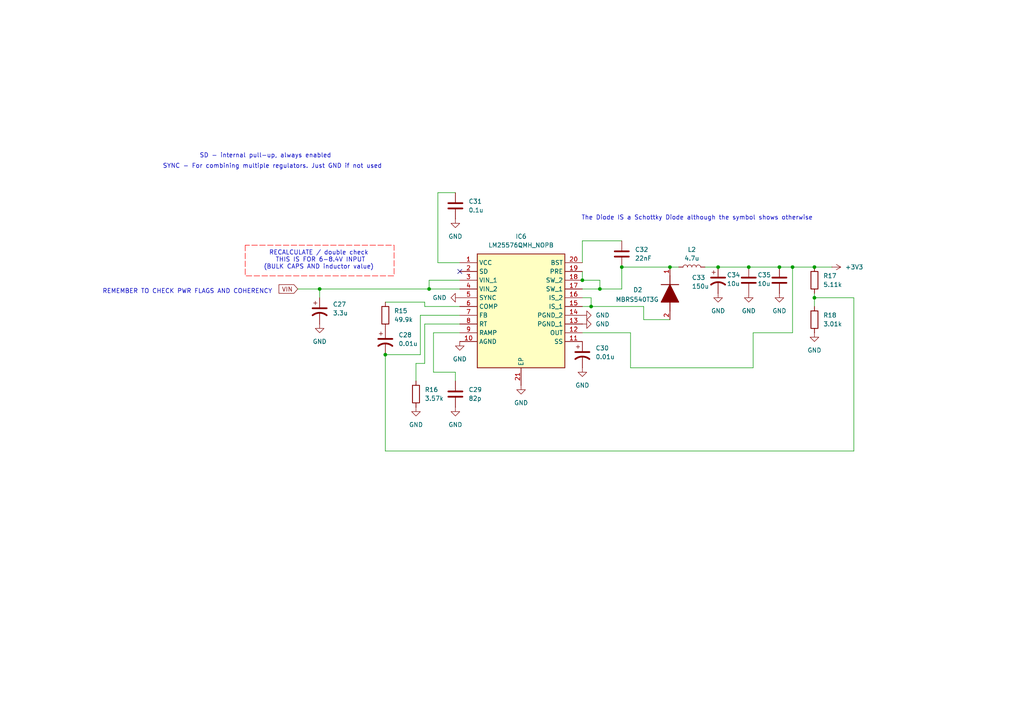
<source format=kicad_sch>
(kicad_sch (version 20250114) (generator "eeschema") (generator_version "9.0")
  (paper "A4")
  (title_block (title "AI Deputy") (date "2025-09-24") (rev "v0.1") (company "Area 42 & Albers-Online Psykologi") (comment 1 "SDU") (comment 2 "Expert In Teams Semester Project"))
  (lib_symbols
    (symbol "Device:C" (pin_numbers (hide yes)) (pin_names (offset 0.254))
      (property "Reference" "C" (at 0.635 2.54 0))
      (property "Value" "C" (at 0.635 -2.54 0))
      (symbol "C_0_1"
        (polyline (pts (xy -2.032 0.762) (xy 2.032 0.762)) (stroke (width 0.508)))
        (polyline (pts (xy -2.032 -0.762) (xy 2.032 -0.762)) (stroke (width 0.508)))
      )
      (symbol "C_1_1"
        (pin passive line (at 0 3.81 270) (length 2.794) (name "~") (number "1"))
        (pin passive line (at 0 -3.81 90) (length 2.794) (name "~") (number "2"))
      )
    )
    (symbol "Device:C_Polarized_US" (pin_numbers (hide yes)) (pin_names (offset 0.254) (hide yes))
      (property "Reference" "C" (at 0.635 2.54 0))
      (property "Value" "C_Polarized_US" (at 0.635 -2.54 0))
      (symbol "C_Polarized_US_0_1"
        (polyline (pts (xy -2.032 0.762) (xy 2.032 0.762)) (stroke (width 0.508)))
        (polyline (pts (xy -1.778 2.286) (xy -0.762 2.286)))
        (polyline (pts (xy -1.27 1.778) (xy -1.27 2.794)))
        (arc (start -2.032 -1.27) (mid 0 -0.5572) (end 2.032 -1.27) (stroke (width 0.508)))
      )
      (symbol "C_Polarized_US_1_1"
        (pin passive line (at 0 3.81 270) (length 2.794) (name "~") (number "1"))
        (pin passive line (at 0 -3.81 90) (length 3.302) (name "~") (number "2"))
      )
    )
    (symbol "Device:L" (pin_numbers (hide yes)) (pin_names (offset 1.016) (hide yes))
      (property "Reference" "L" (at -1.27 0 90))
      (property "Value" "L" (at 1.905 0 90))
      (symbol "L_0_1"
        (arc (start 0 2.54) (mid 0.6323 1.905) (end 0 1.27))
        (arc (start 0 1.27) (mid 0.6323 0.635) (end 0 0))
        (arc (start 0 0) (mid 0.6323 -0.635) (end 0 -1.27))
        (arc (start 0 -1.27) (mid 0.6323 -1.905) (end 0 -2.54))
      )
      (symbol "L_1_1"
        (pin passive line (at 0 3.81 270) (length 1.27) (name "1") (number "1"))
        (pin passive line (at 0 -3.81 90) (length 1.27) (name "2") (number "2"))
      )
    )
    (symbol "Device:R" (pin_numbers (hide yes)) (pin_names (offset 0))
      (property "Reference" "R" (at 2.032 0 90))
      (property "Value" "R" (at 0 0 90))
      (symbol "R_0_1"
        (rectangle (start -1.016 -2.54) (end 1.016 2.54) (stroke (width 0.254)))
      )
      (symbol "R_1_1"
        (pin passive line (at 0 3.81 270) (length 1.27) (name "~") (number "1"))
        (pin passive line (at 0 -3.81 90) (length 1.27) (name "~") (number "2"))
      )
    )
    (symbol "LM25576:LM25576QMH_NOPB"
      (property "Reference" "IC" (at 31.75 7.62 0))
      (property "Value" "LM25576QMH_NOPB" (at 31.75 5.08 0))
      (symbol "LM25576QMH_NOPB_1_1"
        (rectangle (start 5.08 2.54) (end 30.48 -30.48) (stroke (width 0.254)) (fill (type background)))
        (pin passive line (at 0 0 0) (length 5.08) (name "VCC") (number "1"))
        (pin passive line (at 0 -2.54 0) (length 5.08) (name "SD") (number "2"))
        (pin passive line (at 0 -5.08 0) (length 5.08) (name "VIN_1") (number "3"))
        (pin passive line (at 0 -7.62 0) (length 5.08) (name "VIN_2") (number "4"))
        (pin passive line (at 0 -10.16 0) (length 5.08) (name "SYNC") (number "5"))
        (pin passive line (at 0 -12.7 0) (length 5.08) (name "COMP") (number "6"))
        (pin passive line (at 0 -15.24 0) (length 5.08) (name "FB") (number "7"))
        (pin passive line (at 0 -17.78 0) (length 5.08) (name "RT") (number "8"))
        (pin passive line (at 0 -20.32 0) (length 5.08) (name "RAMP") (number "9"))
        (pin passive line (at 0 -22.86 0) (length 5.08) (name "AGND") (number "10"))
        (pin passive line (at 17.78 -35.56 90) (length 5.08) (name "EP") (number "21"))
        (pin passive line (at 35.56 0 180) (length 5.08) (name "BST") (number "20"))
        (pin passive line (at 35.56 -2.54 180) (length 5.08) (name "PRE") (number "19"))
        (pin passive line (at 35.56 -5.08 180) (length 5.08) (name "SW_2") (number "18"))
        (pin passive line (at 35.56 -7.62 180) (length 5.08) (name "SW_1") (number "17"))
        (pin passive line (at 35.56 -10.16 180) (length 5.08) (name "IS_2") (number "16"))
        (pin passive line (at 35.56 -12.7 180) (length 5.08) (name "IS_1") (number "15"))
        (pin passive line (at 35.56 -15.24 180) (length 5.08) (name "PGND_2") (number "14"))
        (pin passive line (at 35.56 -17.78 180) (length 5.08) (name "PGND_1") (number "13"))
        (pin passive line (at 35.56 -20.32 180) (length 5.08) (name "OUT") (number "12"))
        (pin passive line (at 35.56 -22.86 180) (length 5.08) (name "SS") (number "11"))
      )
    )
    (symbol "MBRS540T3G:MBRS540T3G" (pin_names (hide yes))
      (property "Reference" "D" (at 11.43 5.08 0))
      (property "Value" "MBRS540T3G" (at 11.43 2.54 0))
      (symbol "MBRS540T3G_1_1"
        (polyline (pts (xy 2.54 0) (xy 5.08 0)) (stroke (width 0.254)))
        (polyline (pts (xy 5.08 2.54) (xy 5.08 -2.54)) (stroke (width 0.254)))
        (polyline (pts (xy 5.08 0) (xy 10.16 2.54) (xy 10.16 -2.54) (xy 5.08 0)) (stroke (width 0.254)) (fill (type outline)))
        (polyline (pts (xy 10.16 0) (xy 12.7 0)) (stroke (width 0.254)))
        (pin passive line (at 0 0 0) (length 2.54) (name "K") (number "1"))
        (pin passive line (at 15.24 0 180) (length 2.54) (name "A") (number "2"))
      )
    )
    (symbol "power:+3V3" (power) (pin_numbers (hide yes)) (pin_names (offset 0) (hide yes))
      (property "Value" "+3V3" (at 0 3.556 0))
      (symbol "+3V3_0_1"
        (polyline (pts (xy -0.762 1.27) (xy 0 2.54)))
        (polyline (pts (xy 0 2.54) (xy 0.762 1.27)))
        (polyline (pts (xy 0 0) (xy 0 2.54)))
      )
      (symbol "+3V3_1_1"
        (pin power_in line (at 0 0 90) (length 0) (name "~") (number "1"))
      )
    )
    (symbol "power:GND" (power) (pin_numbers (hide yes)) (pin_names (offset 0) (hide yes))
      (property "Value" "GND" (at 0 -3.81 0))
      (symbol "GND_0_1"
        (polyline (pts (xy 0 0) (xy 0 -1.27) (xy 1.27 -1.27) (xy 0 -2.54) (xy -1.27 -1.27) (xy 0 -1.27)))
      )
      (symbol "GND_1_1"
        (pin power_in line (at 0 0 270) (length 0) (name "~") (number "1"))
      )
    )
  )
  (text "RECALCULATE / double check\n THIS IS FOR 6-8.4V INPUT\n(BULK CAPS AND inductor value)\n\n" (at 92.456 76.454 0) (effects (font (size 1.27 1.27))))
  (text "SYNC - For combining multiple regulators. Just GND if not used\n" (at 78.994 48.26 0) (effects (font (size 1.27 1.27))))
  (text "SD - internal pull-up, always enabled \n" (at 77.47 45.212 0) (effects (font (size 1.27 1.27))))
  (text "REMEMBER TO CHECK PWR FLAGS AND COHERENCY\n" (at 54.356 84.582 0) (effects (font (size 1.27 1.27))))
  (text "The Diode IS a Schottky Diode although the symbol shows otherwise" (at 202.184 63.246 0) (effects (font (size 1.27 1.27))))
  (junction (at 208.28 77.47))
  (junction (at 226.06 77.47))
  (junction (at 217.17 77.47))
  (junction (at 236.22 77.47))
  (junction (at 111.76 102.87))
  (junction (at 124.46 83.82))
  (junction (at 236.22 86.36))
  (junction (at 171.45 88.9))
  (junction (at 194.31 77.47))
  (junction (at 229.87 77.47))
  (junction (at 92.71 83.82))
  (junction (at 180.34 77.47))
  (junction (at 168.91 81.28))
  (junction (at 173.99 83.82))
  (no_connect (at 133.35 78.74))
  (wire (pts (xy 247.65 130.81) (xy 247.65 86.36)))
  (wire (pts (xy 171.45 88.9) (xy 186.69 88.9)))
  (wire (pts (xy 226.06 77.47) (xy 229.87 77.47)))
  (wire (pts (xy 196.85 77.47) (xy 194.31 77.47)))
  (wire (pts (xy 123.19 105.41) (xy 120.65 105.41)))
  (wire (pts (xy 124.46 83.82) (xy 124.46 81.28)))
  (wire (pts (xy 171.45 86.36) (xy 171.45 88.9)))
  (wire (pts (xy 133.35 83.82) (xy 124.46 83.82)))
  (wire (pts (xy 123.19 93.98) (xy 123.19 105.41)))
  (wire (pts (xy 121.92 91.44) (xy 121.92 102.87)))
  (wire (pts (xy 182.88 106.68) (xy 182.88 96.52)))
  (wire (pts (xy 173.99 83.82) (xy 180.34 83.82)))
  (wire (pts (xy 86.36 83.82) (xy 92.71 83.82)))
  (wire (pts (xy 132.08 107.95) (xy 132.08 110.49)))
  (wire (pts (xy 247.65 86.36) (xy 236.22 86.36)))
  (wire (pts (xy 111.76 102.87) (xy 111.76 130.81)))
  (wire (pts (xy 168.91 69.85) (xy 180.34 69.85)))
  (wire (pts (xy 123.19 88.9) (xy 123.19 87.63)))
  (wire (pts (xy 133.35 91.44) (xy 121.92 91.44)))
  (wire (pts (xy 218.44 106.68) (xy 182.88 106.68)))
  (wire (pts (xy 127 55.88) (xy 132.08 55.88)))
  (wire (pts (xy 229.87 77.47) (xy 229.87 96.52)))
  (wire (pts (xy 121.92 102.87) (xy 111.76 102.87)))
  (wire (pts (xy 204.47 77.47) (xy 208.28 77.47)))
  (wire (pts (xy 168.91 86.36) (xy 171.45 86.36)))
  (wire (pts (xy 111.76 130.81) (xy 247.65 130.81)))
  (wire (pts (xy 229.87 96.52) (xy 218.44 96.52)))
  (wire (pts (xy 241.3 77.47) (xy 236.22 77.47)))
  (wire (pts (xy 168.91 76.2) (xy 168.91 69.85)))
  (wire (pts (xy 133.35 93.98) (xy 123.19 93.98)))
  (wire (pts (xy 92.71 83.82) (xy 92.71 86.36)))
  (wire (pts (xy 186.69 88.9) (xy 186.69 92.71)))
  (wire (pts (xy 217.17 77.47) (xy 226.06 77.47)))
  (wire (pts (xy 133.35 81.28) (xy 124.46 81.28)))
  (wire (pts (xy 180.34 77.47) (xy 194.31 77.47)))
  (wire (pts (xy 186.69 92.71) (xy 194.31 92.71)))
  (wire (pts (xy 168.91 83.82) (xy 173.99 83.82)))
  (wire (pts (xy 133.35 76.2) (xy 127 76.2)))
  (wire (pts (xy 133.35 88.9) (xy 123.19 88.9)))
  (wire (pts (xy 168.91 96.52) (xy 182.88 96.52)))
  (wire (pts (xy 127 76.2) (xy 127 55.88)))
  (wire (pts (xy 180.34 83.82) (xy 180.34 77.47)))
  (wire (pts (xy 168.91 78.74) (xy 168.91 81.28)))
  (wire (pts (xy 236.22 86.36) (xy 236.22 85.09)))
  (wire (pts (xy 133.35 96.52) (xy 125.73 96.52)))
  (wire (pts (xy 229.87 77.47) (xy 236.22 77.47)))
  (wire (pts (xy 123.19 87.63) (xy 111.76 87.63)))
  (wire (pts (xy 125.73 96.52) (xy 125.73 107.95)))
  (wire (pts (xy 168.91 81.28) (xy 173.99 81.28)))
  (wire (pts (xy 168.91 88.9) (xy 171.45 88.9)))
  (wire (pts (xy 173.99 81.28) (xy 173.99 83.82)))
  (wire (pts (xy 132.08 107.95) (xy 125.73 107.95)))
  (wire (pts (xy 236.22 86.36) (xy 236.22 88.9)))
  (wire (pts (xy 120.65 105.41) (xy 120.65 110.49)))
  (wire (pts (xy 218.44 96.52) (xy 218.44 106.68)))
  (wire (pts (xy 208.28 77.47) (xy 217.17 77.47)))
  (wire (pts (xy 92.71 83.82) (xy 124.46 83.82)))
  (global_label "VIN" (shape input) (at 86.36 83.82 180) (property "Intersheetrefs" "${INTERSHEET_REFS}" (effects (hide yes))))
  (rule_area (polyline (pts (xy 71.12 71.12) (xy 71.12 80.01) (xy 114.3 80.01) (xy 114.3 71.12)) (stroke (width 0) (type dash))))
  (symbol (lib_id "power:GND") (at 120.65 118.11 0) (unit 1)
    (property "Reference" "#PWR073" (effects (hide yes)))
    (property "Value" "GND" (at 120.65 123.19 0))
    (property "Description" "Power symbol creates a global label with name \"GND\" , ground" (effects (hide yes)))
  )
  (symbol (lib_id "Device:R") (at 236.22 81.28 0) (unit 1)
    (property "Reference" "R17" (at 238.76 80.0099 0) (effects (justify left)))
    (property "Value" "5.11k" (at 238.76 82.5499 0) (effects (justify left)))
    (property "Description" "Resistor" (effects (hide yes)))
  )
  (symbol (lib_id "power:GND") (at 133.35 99.06 0) (unit 1)
    (property "Reference" "#PWR078" (effects (hide yes)))
    (property "Value" "GND" (at 133.35 104.14 0))
    (property "Description" "Power symbol creates a global label with name \"GND\" , ground" (effects (hide yes)))
  )
  (symbol (lib_id "power:GND") (at 168.91 93.98 90) (unit 1)
    (property "Reference" "#PWR075" (effects (hide yes)))
    (property "Value" "GND" (at 172.72 93.9799 90) (effects (justify right)))
    (property "Description" "Power symbol creates a global label with name \"GND\" , ground" (effects (hide yes)))
  )
  (symbol (lib_id "power:GND") (at 208.28 85.09 0) (unit 1)
    (property "Reference" "#PWR079" (effects (hide yes)))
    (property "Value" "GND" (at 208.28 90.17 0))
    (property "Description" "Power symbol creates a global label with name \"GND\" , ground" (effects (hide yes)))
  )
  (symbol (lib_id "power:GND") (at 133.35 86.36 270) (unit 1)
    (property "Reference" "#PWR080" (effects (hide yes)))
    (property "Value" "GND" (at 129.54 86.3599 90) (effects (justify right)))
    (property "Description" "Power symbol creates a global label with name \"GND\" , ground" (effects (hide yes)))
  )
  (symbol (lib_id "power:GND") (at 168.91 106.68 0) (unit 1)
    (property "Reference" "#PWR071" (effects (hide yes)))
    (property "Value" "GND" (at 168.91 111.76 0))
    (property "Description" "Power symbol creates a global label with name \"GND\" , ground" (effects (hide yes)))
  )
  (symbol (lib_id "power:GND") (at 226.06 85.09 0) (unit 1)
    (property "Reference" "#PWR083" (effects (hide yes)))
    (property "Value" "GND" (at 226.06 90.17 0))
    (property "Description" "Power symbol creates a global label with name \"GND\" , ground" (effects (hide yes)))
  )
  (symbol (lib_id "Device:C_Polarized_US") (at 208.28 81.28 0) (unit 1)
    (property "Reference" "C33" (at 200.66 80.518 0) (effects (justify left)))
    (property "Value" "150u" (at 200.66 83.058 0) (effects (justify left)))
    (property "Description" "Polarized capacitor, US symbol" (effects (hide yes)))
  )
  (symbol (lib_id "Device:L") (at 200.66 77.47 90) (unit 1)
    (property "Reference" "L2" (at 200.66 72.39 90))
    (property "Value" "4.7u" (at 200.66 74.93 90))
    (property "Description" "Inductor" (effects (hide yes)))
  )
  (symbol (lib_id "Device:R") (at 120.65 114.3 0) (unit 1)
    (property "Reference" "R16" (at 123.19 113.0299 0) (effects (justify left)))
    (property "Value" "3.57k" (at 123.19 115.5699 0) (effects (justify left)))
    (property "Description" "Resistor" (effects (hide yes)))
  )
  (symbol (lib_id "power:+3V3") (at 241.3 77.47 270) (unit 1)
    (property "Reference" "#PWR070" (effects (hide yes)))
    (property "Value" "+3V3" (at 245.11 77.4699 90) (effects (justify left)))
    (property "Description" "Power symbol creates a global label with name \"+3V3\"" (effects (hide yes)))
  )
  (symbol (lib_id "Device:C") (at 132.08 59.69 0) (unit 1)
    (property "Reference" "C31" (at 135.89 58.4199 0) (effects (justify left)))
    (property "Value" "0.1u" (at 135.89 60.9599 0) (effects (justify left)))
    (property "Description" "Unpolarized capacitor" (effects (hide yes)))
  )
  (symbol (lib_id "Device:C") (at 180.34 73.66 0) (unit 1)
    (property "Reference" "C32" (at 184.15 72.3899 0) (effects (justify left)))
    (property "Value" "22nF" (at 184.15 74.9299 0) (effects (justify left)))
    (property "Description" "Unpolarized capacitor" (effects (hide yes)))
  )
  (symbol (lib_id "LM25576:LM25576QMH_NOPB") (at 133.35 76.2 0) (unit 1)
    (property "Reference" "IC6" (at 151.13 68.58 0))
    (property "Value" "LM25576QMH_NOPB" (at 151.13 71.12 0))
    (property "Footprint" "SOP65P640X110-21N" (effects (hide yes)))
    (property "Datasheet" "http://www.ti.com/lit/gpn/lm25576-q1" (effects (hide yes)))
    (property "Description" "Texas Instruments, LM25576QMH/NOPB Step-Down Switching Regulator 3A Adjustable, 1.225  40 V, 20-Pin HTSSOP" (effects (hide yes)))
    (property "Height" "1.1" (effects (hide yes)))
    (property "Mouser Part Number" "926-LM25576QMH/NOPB" (effects (hide yes)))
    (property "Mouser Price/Stock" "https://www.mouser.co.uk/ProductDetail/Texas-Instruments/LM25576QMH-NOPB?qs=X1J7HmVL2ZGNdbTbFc93WQ%3D%3D" (effects (hide yes)))
    (property "Manufacturer_Name" "Texas Instruments" (effects (hide yes)))
    (property "Manufacturer_Part_Number" "LM25576QMH/NOPB" (effects (hide yes)))
  )
  (symbol (lib_id "power:GND") (at 132.08 63.5 0) (unit 1)
    (property "Reference" "#PWR074" (effects (hide yes)))
    (property "Value" "GND" (at 132.08 68.58 0))
    (property "Description" "Power symbol creates a global label with name \"GND\" , ground" (effects (hide yes)))
  )
  (symbol (lib_id "Device:R") (at 236.22 92.71 0) (unit 1)
    (property "Reference" "R18" (at 238.76 91.4399 0) (effects (justify left)))
    (property "Value" "3.01k" (at 238.76 93.9799 0) (effects (justify left)))
    (property "Description" "Resistor" (effects (hide yes)))
  )
  (symbol (lib_id "power:GND") (at 217.17 85.09 0) (unit 1)
    (property "Reference" "#PWR082" (effects (hide yes)))
    (property "Value" "GND" (at 217.17 90.17 0))
    (property "Description" "Power symbol creates a global label with name \"GND\" , ground" (effects (hide yes)))
  )
  (symbol (lib_id "MBRS540T3G:MBRS540T3G") (at 194.31 77.47 270) (unit 1)
    (property "Reference" "D2" (at 183.642 84.074 90) (effects (justify left)))
    (property "Value" "MBRS540T3G" (at 178.562 86.868 90) (effects (justify left)))
    (property "Footprint" "DIOM7958X256N" (effects (hide yes)))
    (property "Datasheet" "https://www.onsemi.com/pub/Collateral/MBRS540T3-D.PDF" (effects (hide yes)))
    (property "Description" "Compact Surface Mountable Package with J-Bend leads; Rectangular Package for Automated Handling; Highly Stable Oxide Passivated Junction; Excellent Ability to Withstand Reverse Avalanche Energy Transients; Guardring for Stress Protection; Cathode Lead Indicated by polarity Notch; ESD Ratings, Machine Model = C, Human Body Model = 3B; Device Meets MSL 1 Requirements; Pb-Free Package is Available; AEC-Q101 Qualified and PPAP Capable; NRVB Prefix for Automotive and Other Applications Requiring Unique Site and" (effects (hide yes)))
    (property "Height" "2.56" (effects (hide yes)))
    (property "Manufacturer_Name" "onsemi" (effects (hide yes)))
    (property "Manufacturer_Part_Number" "MBRS540T3G" (effects (hide yes)))
  )
  (symbol (lib_id "Device:C") (at 132.08 114.3 0) (unit 1)
    (property "Reference" "C29" (at 135.89 113.0299 0) (effects (justify left)))
    (property "Value" "82p" (at 135.89 115.5699 0) (effects (justify left)))
    (property "Description" "Unpolarized capacitor" (effects (hide yes)))
  )
  (symbol (lib_id "power:GND") (at 236.22 96.52 0) (unit 1)
    (property "Reference" "#PWR081" (effects (hide yes)))
    (property "Value" "GND" (at 236.22 101.6 0))
    (property "Description" "Power symbol creates a global label with name \"GND\" , ground" (effects (hide yes)))
  )
  (symbol (lib_id "power:GND") (at 168.91 91.44 90) (unit 1)
    (property "Reference" "#PWR076" (effects (hide yes)))
    (property "Value" "GND" (at 172.72 91.4399 90) (effects (justify right)))
    (property "Description" "Power symbol creates a global label with name \"GND\" , ground" (effects (hide yes)))
  )
  (symbol (lib_id "power:GND") (at 132.08 118.11 0) (unit 1)
    (property "Reference" "#PWR072" (effects (hide yes)))
    (property "Value" "GND" (at 132.08 123.19 0))
    (property "Description" "Power symbol creates a global label with name \"GND\" , ground" (effects (hide yes)))
  )
  (symbol (lib_id "Device:C_Polarized_US") (at 92.71 90.17 0) (unit 1)
    (property "Reference" "C27" (at 96.52 88.2649 0) (effects (justify left)))
    (property "Value" "3.3u" (at 96.52 90.8049 0) (effects (justify left)))
    (property "Description" "Polarized capacitor, US symbol" (effects (hide yes)))
  )
  (symbol (lib_id "Device:R") (at 111.76 91.44 0) (unit 1)
    (property "Reference" "R15" (at 114.3 90.1699 0) (effects (justify left)))
    (property "Value" "49.9k" (at 114.3 92.7099 0) (effects (justify left)))
    (property "Description" "Resistor" (effects (hide yes)))
  )
  (symbol (lib_id "Device:C") (at 217.17 81.28 0) (unit 1)
    (property "Reference" "C34" (at 210.82 79.756 0) (effects (justify left)))
    (property "Value" "10u" (at 210.82 82.296 0) (effects (justify left)))
    (property "Description" "Unpolarized capacitor" (effects (hide yes)))
  )
  (symbol (lib_id "Device:C_Polarized_US") (at 111.76 99.06 0) (unit 1)
    (property "Reference" "C28" (at 115.57 97.1549 0) (effects (justify left)))
    (property "Value" "0.01u" (at 115.57 99.6949 0) (effects (justify left)))
    (property "Description" "Polarized capacitor, US symbol" (effects (hide yes)))
  )
  (symbol (lib_id "Device:C") (at 226.06 81.28 0) (unit 1)
    (property "Reference" "C35" (at 219.71 79.756 0) (effects (justify left)))
    (property "Value" "10u" (at 219.71 82.296 0) (effects (justify left)))
    (property "Description" "Unpolarized capacitor" (effects (hide yes)))
  )
  (symbol (lib_id "power:GND") (at 92.71 93.98 0) (unit 1)
    (property "Reference" "#PWR069" (effects (hide yes)))
    (property "Value" "GND" (at 92.71 99.06 0))
    (property "Description" "Power symbol creates a global label with name \"GND\" , ground" (effects (hide yes)))
  )
  (symbol (lib_id "Device:C_Polarized_US") (at 168.91 102.87 0) (unit 1)
    (property "Reference" "C30" (at 172.72 100.9649 0) (effects (justify left)))
    (property "Value" "0.01u" (at 172.72 103.5049 0) (effects (justify left)))
    (property "Description" "Polarized capacitor, US symbol" (effects (hide yes)))
  )
  (symbol (lib_id "power:GND") (at 151.13 111.76 0) (unit 1)
    (property "Reference" "#PWR077" (effects (hide yes)))
    (property "Value" "GND" (at 151.13 116.84 0))
    (property "Description" "Power symbol creates a global label with name \"GND\" , ground" (effects (hide yes)))
  )
)
</source>
